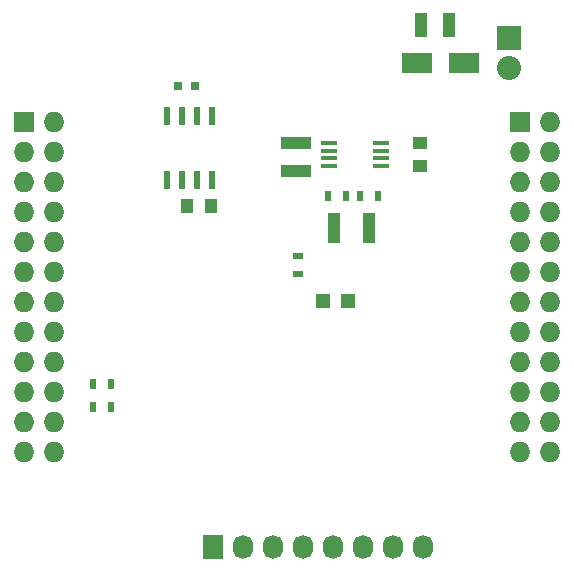
<source format=gts>
G04 #@! TF.FileFunction,Soldermask,Top*
%FSLAX46Y46*%
G04 Gerber Fmt 4.6, Leading zero omitted, Abs format (unit mm)*
G04 Created by KiCad (PCBNEW (2015-01-16 BZR 5376)-product) date 23/07/2015 11:54:15*
%MOMM*%
G01*
G04 APERTURE LIST*
%ADD10C,0.100000*%
%ADD11R,0.800000X0.750000*%
%ADD12R,1.250000X1.000000*%
%ADD13R,1.000000X1.250000*%
%ADD14R,1.000000X2.500000*%
%ADD15R,2.499360X1.800860*%
%ADD16R,1.140460X2.029460*%
%ADD17R,2.540000X1.021080*%
%ADD18R,2.032000X2.032000*%
%ADD19O,2.032000X2.032000*%
%ADD20R,1.727200X1.727200*%
%ADD21O,1.727200X1.727200*%
%ADD22R,0.500000X0.900000*%
%ADD23R,0.600000X1.550000*%
%ADD24R,1.450000X0.450000*%
%ADD25R,1.198880X1.198880*%
%ADD26R,0.900000X0.500000*%
%ADD27R,1.727200X2.032000*%
%ADD28O,1.727200X2.032000*%
G04 APERTURE END LIST*
D10*
D11*
X117510000Y-87905000D03*
X116010000Y-87905000D03*
D12*
X136500000Y-92750000D03*
X136500000Y-94750000D03*
D13*
X118825000Y-98100000D03*
X116825000Y-98100000D03*
D14*
X129250000Y-100000000D03*
X132250000Y-100000000D03*
D15*
X140258980Y-86030000D03*
X136261020Y-86030000D03*
D16*
X139013960Y-82780000D03*
X136606040Y-82780000D03*
D17*
X126075000Y-92804460D03*
X126075000Y-95095540D03*
D18*
X144110000Y-83905000D03*
D19*
X144110000Y-86445000D03*
D20*
X103000000Y-91000000D03*
D21*
X105540000Y-91000000D03*
X103000000Y-93540000D03*
X105540000Y-93540000D03*
X103000000Y-96080000D03*
X105540000Y-96080000D03*
X103000000Y-98620000D03*
X105540000Y-98620000D03*
X103000000Y-101160000D03*
X105540000Y-101160000D03*
X103000000Y-103700000D03*
X105540000Y-103700000D03*
X103000000Y-106240000D03*
X105540000Y-106240000D03*
X103000000Y-108780000D03*
X105540000Y-108780000D03*
X103000000Y-111320000D03*
X105540000Y-111320000D03*
X103000000Y-113860000D03*
X105540000Y-113860000D03*
X103000000Y-116400000D03*
X105540000Y-116400000D03*
X103000000Y-118940000D03*
X105540000Y-118940000D03*
D22*
X130250000Y-97250000D03*
X128750000Y-97250000D03*
X133000000Y-97250000D03*
X131500000Y-97250000D03*
X108850000Y-113200000D03*
X110350000Y-113200000D03*
X110350000Y-115100000D03*
X108850000Y-115100000D03*
D23*
X118955000Y-90475000D03*
X117685000Y-90475000D03*
X116415000Y-90475000D03*
X115145000Y-90475000D03*
X115145000Y-95875000D03*
X116415000Y-95875000D03*
X117685000Y-95875000D03*
X118955000Y-95875000D03*
D24*
X133200000Y-94725000D03*
X133200000Y-94075000D03*
X133200000Y-93425000D03*
X133200000Y-92775000D03*
X128800000Y-92775000D03*
X128800000Y-93425000D03*
X128800000Y-94075000D03*
X128800000Y-94725000D03*
D25*
X130459020Y-106105000D03*
X128360980Y-106105000D03*
D26*
X126235000Y-102355000D03*
X126235000Y-103855000D03*
D20*
X145000000Y-91000000D03*
D21*
X147540000Y-91000000D03*
X145000000Y-93540000D03*
X147540000Y-93540000D03*
X145000000Y-96080000D03*
X147540000Y-96080000D03*
X145000000Y-98620000D03*
X147540000Y-98620000D03*
X145000000Y-101160000D03*
X147540000Y-101160000D03*
X145000000Y-103700000D03*
X147540000Y-103700000D03*
X145000000Y-106240000D03*
X147540000Y-106240000D03*
X145000000Y-108780000D03*
X147540000Y-108780000D03*
X145000000Y-111320000D03*
X147540000Y-111320000D03*
X145000000Y-113860000D03*
X147540000Y-113860000D03*
X145000000Y-116400000D03*
X147540000Y-116400000D03*
X145000000Y-118940000D03*
X147540000Y-118940000D03*
D27*
X119000000Y-127000000D03*
D28*
X121540000Y-127000000D03*
X124080000Y-127000000D03*
X126620000Y-127000000D03*
X129160000Y-127000000D03*
X131700000Y-127000000D03*
X134240000Y-127000000D03*
X136780000Y-127000000D03*
M02*

</source>
